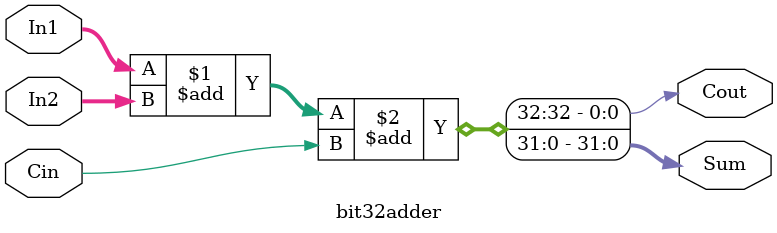
<source format=v>
module bit32adder(Cout, Sum, In1, In2, Cin);
  input [31:0] In1, In2;
  input Cin;
  output [31:0] Sum;
  output Cout;

  // vector addition: produces carry-out as MSB of the wider vector
  assign {Cout, Sum} = In1 + In2 + Cin;
endmodule

</source>
